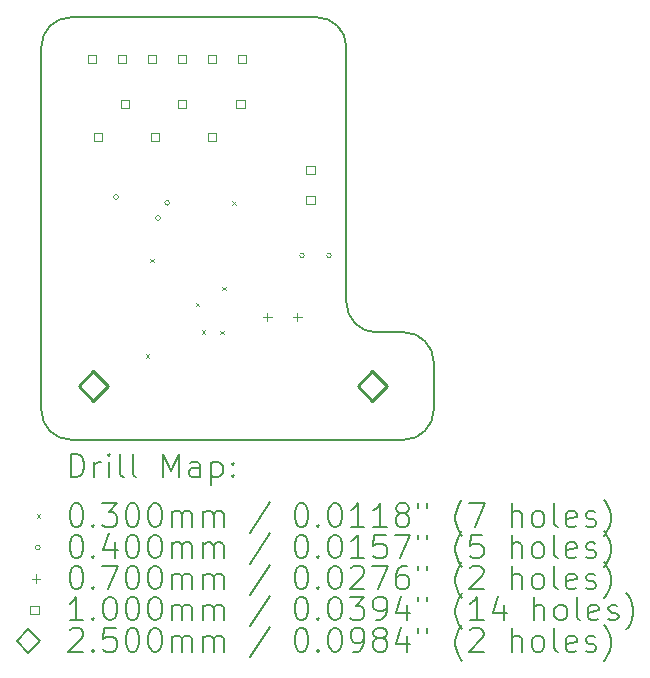
<source format=gbr>
%TF.GenerationSoftware,KiCad,Pcbnew,(6.0.8)*%
%TF.CreationDate,2023-02-11T16:42:43+01:00*%
%TF.ProjectId,VNF1048FTR_TestBoard,564e4631-3034-4384-9654-525f54657374,rev?*%
%TF.SameCoordinates,Original*%
%TF.FileFunction,Drillmap*%
%TF.FilePolarity,Positive*%
%FSLAX45Y45*%
G04 Gerber Fmt 4.5, Leading zero omitted, Abs format (unit mm)*
G04 Created by KiCad (PCBNEW (6.0.8)) date 2023-02-11 16:42:43*
%MOMM*%
%LPD*%
G01*
G04 APERTURE LIST*
%ADD10C,0.150000*%
%ADD11C,0.200000*%
%ADD12C,0.030000*%
%ADD13C,0.040000*%
%ADD14C,0.070000*%
%ADD15C,0.100000*%
%ADD16C,0.250000*%
G04 APERTURE END LIST*
D10*
X12669520Y-2720340D02*
X12797255Y-2719605D01*
X13050520Y-5133340D02*
X13051255Y-2973605D01*
X13790395Y-5640605D02*
X13790395Y-6043395D01*
X13304520Y-5387340D02*
X13538200Y-5386605D01*
X13050520Y-5133340D02*
G75*
G03*
X13304520Y-5387340I254000J0D01*
G01*
X13790395Y-5640605D02*
G75*
G03*
X13536395Y-5386605I-254000J0D01*
G01*
X12669520Y-2720340D02*
X10720605Y-2719605D01*
X10466605Y-6045200D02*
X10466605Y-2973605D01*
X10718800Y-6297395D02*
X13536395Y-6297395D01*
X13051255Y-2973605D02*
G75*
G03*
X12797255Y-2719605I-254000J0D01*
G01*
X10720605Y-2719605D02*
G75*
G03*
X10466605Y-2973605I0J-254000D01*
G01*
X10466605Y-6043395D02*
G75*
G03*
X10720605Y-6297395I254000J0D01*
G01*
X13536395Y-6297395D02*
G75*
G03*
X13790395Y-6043395I0J254000D01*
G01*
D11*
D12*
X11351500Y-5573000D02*
X11381500Y-5603000D01*
X11381500Y-5573000D02*
X11351500Y-5603000D01*
X11389600Y-4765280D02*
X11419600Y-4795280D01*
X11419600Y-4765280D02*
X11389600Y-4795280D01*
X11775150Y-5136120D02*
X11805150Y-5166120D01*
X11805150Y-5136120D02*
X11775150Y-5166120D01*
X11824454Y-5369286D02*
X11854454Y-5399286D01*
X11854454Y-5369286D02*
X11824454Y-5399286D01*
X11983446Y-5372854D02*
X12013446Y-5402854D01*
X12013446Y-5372854D02*
X11983446Y-5402854D01*
X11999200Y-5001500D02*
X12029200Y-5031500D01*
X12029200Y-5001500D02*
X11999200Y-5031500D01*
X12086065Y-4278105D02*
X12116065Y-4308105D01*
X12116065Y-4278105D02*
X12086065Y-4308105D01*
D13*
X11119800Y-4241800D02*
G75*
G03*
X11119800Y-4241800I-20000J0D01*
G01*
X11475400Y-4419600D02*
G75*
G03*
X11475400Y-4419600I-20000J0D01*
G01*
X11552938Y-4291262D02*
G75*
G03*
X11552938Y-4291262I-20000J0D01*
G01*
X12694600Y-4737100D02*
G75*
G03*
X12694600Y-4737100I-20000J0D01*
G01*
X12923200Y-4737100D02*
G75*
G03*
X12923200Y-4737100I-20000J0D01*
G01*
D14*
X12382500Y-5222800D02*
X12382500Y-5292800D01*
X12347500Y-5257800D02*
X12417500Y-5257800D01*
X12636500Y-5222800D02*
X12636500Y-5292800D01*
X12601500Y-5257800D02*
X12671500Y-5257800D01*
D15*
X10934456Y-3106256D02*
X10934456Y-3035544D01*
X10863744Y-3035544D01*
X10863744Y-3106256D01*
X10934456Y-3106256D01*
X10982756Y-3769156D02*
X10982756Y-3698444D01*
X10912044Y-3698444D01*
X10912044Y-3769156D01*
X10982756Y-3769156D01*
X11188456Y-3106256D02*
X11188456Y-3035544D01*
X11117744Y-3035544D01*
X11117744Y-3106256D01*
X11188456Y-3106256D01*
X11211356Y-3489756D02*
X11211356Y-3419044D01*
X11140644Y-3419044D01*
X11140644Y-3489756D01*
X11211356Y-3489756D01*
X11442456Y-3106256D02*
X11442456Y-3035544D01*
X11371744Y-3035544D01*
X11371744Y-3106256D01*
X11442456Y-3106256D01*
X11465356Y-3769156D02*
X11465356Y-3698444D01*
X11394644Y-3698444D01*
X11394644Y-3769156D01*
X11465356Y-3769156D01*
X11693956Y-3489756D02*
X11693956Y-3419044D01*
X11623244Y-3419044D01*
X11623244Y-3489756D01*
X11693956Y-3489756D01*
X11696456Y-3106256D02*
X11696456Y-3035544D01*
X11625744Y-3035544D01*
X11625744Y-3106256D01*
X11696456Y-3106256D01*
X11947956Y-3769156D02*
X11947956Y-3698444D01*
X11877244Y-3698444D01*
X11877244Y-3769156D01*
X11947956Y-3769156D01*
X11950456Y-3106256D02*
X11950456Y-3035544D01*
X11879744Y-3035544D01*
X11879744Y-3106256D01*
X11950456Y-3106256D01*
X12189256Y-3489756D02*
X12189256Y-3419044D01*
X12118544Y-3419044D01*
X12118544Y-3489756D01*
X12189256Y-3489756D01*
X12204456Y-3106256D02*
X12204456Y-3035544D01*
X12133744Y-3035544D01*
X12133744Y-3106256D01*
X12204456Y-3106256D01*
X12783656Y-4046556D02*
X12783656Y-3975844D01*
X12712944Y-3975844D01*
X12712944Y-4046556D01*
X12783656Y-4046556D01*
X12783656Y-4300556D02*
X12783656Y-4229844D01*
X12712944Y-4229844D01*
X12712944Y-4300556D01*
X12783656Y-4300556D01*
D16*
X10909300Y-5967000D02*
X11034300Y-5842000D01*
X10909300Y-5717000D01*
X10784300Y-5842000D01*
X10909300Y-5967000D01*
X13271500Y-5967000D02*
X13396500Y-5842000D01*
X13271500Y-5717000D01*
X13146500Y-5842000D01*
X13271500Y-5967000D01*
D11*
X10716724Y-6615371D02*
X10716724Y-6415371D01*
X10764343Y-6415371D01*
X10792915Y-6424895D01*
X10811962Y-6443942D01*
X10821486Y-6462990D01*
X10831010Y-6501085D01*
X10831010Y-6529657D01*
X10821486Y-6567752D01*
X10811962Y-6586800D01*
X10792915Y-6605847D01*
X10764343Y-6615371D01*
X10716724Y-6615371D01*
X10916724Y-6615371D02*
X10916724Y-6482038D01*
X10916724Y-6520133D02*
X10926248Y-6501085D01*
X10935772Y-6491561D01*
X10954819Y-6482038D01*
X10973867Y-6482038D01*
X11040534Y-6615371D02*
X11040534Y-6482038D01*
X11040534Y-6415371D02*
X11031010Y-6424895D01*
X11040534Y-6434419D01*
X11050057Y-6424895D01*
X11040534Y-6415371D01*
X11040534Y-6434419D01*
X11164343Y-6615371D02*
X11145296Y-6605847D01*
X11135772Y-6586800D01*
X11135772Y-6415371D01*
X11269105Y-6615371D02*
X11250057Y-6605847D01*
X11240534Y-6586800D01*
X11240534Y-6415371D01*
X11497676Y-6615371D02*
X11497676Y-6415371D01*
X11564343Y-6558228D01*
X11631010Y-6415371D01*
X11631010Y-6615371D01*
X11811962Y-6615371D02*
X11811962Y-6510609D01*
X11802438Y-6491561D01*
X11783391Y-6482038D01*
X11745295Y-6482038D01*
X11726248Y-6491561D01*
X11811962Y-6605847D02*
X11792915Y-6615371D01*
X11745295Y-6615371D01*
X11726248Y-6605847D01*
X11716724Y-6586800D01*
X11716724Y-6567752D01*
X11726248Y-6548704D01*
X11745295Y-6539181D01*
X11792915Y-6539181D01*
X11811962Y-6529657D01*
X11907200Y-6482038D02*
X11907200Y-6682038D01*
X11907200Y-6491561D02*
X11926248Y-6482038D01*
X11964343Y-6482038D01*
X11983391Y-6491561D01*
X11992915Y-6501085D01*
X12002438Y-6520133D01*
X12002438Y-6577276D01*
X11992915Y-6596323D01*
X11983391Y-6605847D01*
X11964343Y-6615371D01*
X11926248Y-6615371D01*
X11907200Y-6605847D01*
X12088153Y-6596323D02*
X12097676Y-6605847D01*
X12088153Y-6615371D01*
X12078629Y-6605847D01*
X12088153Y-6596323D01*
X12088153Y-6615371D01*
X12088153Y-6491561D02*
X12097676Y-6501085D01*
X12088153Y-6510609D01*
X12078629Y-6501085D01*
X12088153Y-6491561D01*
X12088153Y-6510609D01*
D12*
X10429105Y-6929895D02*
X10459105Y-6959895D01*
X10459105Y-6929895D02*
X10429105Y-6959895D01*
D11*
X10754819Y-6835371D02*
X10773867Y-6835371D01*
X10792915Y-6844895D01*
X10802438Y-6854419D01*
X10811962Y-6873466D01*
X10821486Y-6911561D01*
X10821486Y-6959181D01*
X10811962Y-6997276D01*
X10802438Y-7016323D01*
X10792915Y-7025847D01*
X10773867Y-7035371D01*
X10754819Y-7035371D01*
X10735772Y-7025847D01*
X10726248Y-7016323D01*
X10716724Y-6997276D01*
X10707200Y-6959181D01*
X10707200Y-6911561D01*
X10716724Y-6873466D01*
X10726248Y-6854419D01*
X10735772Y-6844895D01*
X10754819Y-6835371D01*
X10907200Y-7016323D02*
X10916724Y-7025847D01*
X10907200Y-7035371D01*
X10897677Y-7025847D01*
X10907200Y-7016323D01*
X10907200Y-7035371D01*
X10983391Y-6835371D02*
X11107200Y-6835371D01*
X11040534Y-6911561D01*
X11069105Y-6911561D01*
X11088153Y-6921085D01*
X11097677Y-6930609D01*
X11107200Y-6949657D01*
X11107200Y-6997276D01*
X11097677Y-7016323D01*
X11088153Y-7025847D01*
X11069105Y-7035371D01*
X11011962Y-7035371D01*
X10992915Y-7025847D01*
X10983391Y-7016323D01*
X11231010Y-6835371D02*
X11250057Y-6835371D01*
X11269105Y-6844895D01*
X11278629Y-6854419D01*
X11288153Y-6873466D01*
X11297676Y-6911561D01*
X11297676Y-6959181D01*
X11288153Y-6997276D01*
X11278629Y-7016323D01*
X11269105Y-7025847D01*
X11250057Y-7035371D01*
X11231010Y-7035371D01*
X11211962Y-7025847D01*
X11202438Y-7016323D01*
X11192915Y-6997276D01*
X11183391Y-6959181D01*
X11183391Y-6911561D01*
X11192915Y-6873466D01*
X11202438Y-6854419D01*
X11211962Y-6844895D01*
X11231010Y-6835371D01*
X11421486Y-6835371D02*
X11440534Y-6835371D01*
X11459581Y-6844895D01*
X11469105Y-6854419D01*
X11478629Y-6873466D01*
X11488153Y-6911561D01*
X11488153Y-6959181D01*
X11478629Y-6997276D01*
X11469105Y-7016323D01*
X11459581Y-7025847D01*
X11440534Y-7035371D01*
X11421486Y-7035371D01*
X11402438Y-7025847D01*
X11392915Y-7016323D01*
X11383391Y-6997276D01*
X11373867Y-6959181D01*
X11373867Y-6911561D01*
X11383391Y-6873466D01*
X11392915Y-6854419D01*
X11402438Y-6844895D01*
X11421486Y-6835371D01*
X11573867Y-7035371D02*
X11573867Y-6902038D01*
X11573867Y-6921085D02*
X11583391Y-6911561D01*
X11602438Y-6902038D01*
X11631010Y-6902038D01*
X11650057Y-6911561D01*
X11659581Y-6930609D01*
X11659581Y-7035371D01*
X11659581Y-6930609D02*
X11669105Y-6911561D01*
X11688153Y-6902038D01*
X11716724Y-6902038D01*
X11735772Y-6911561D01*
X11745295Y-6930609D01*
X11745295Y-7035371D01*
X11840534Y-7035371D02*
X11840534Y-6902038D01*
X11840534Y-6921085D02*
X11850057Y-6911561D01*
X11869105Y-6902038D01*
X11897676Y-6902038D01*
X11916724Y-6911561D01*
X11926248Y-6930609D01*
X11926248Y-7035371D01*
X11926248Y-6930609D02*
X11935772Y-6911561D01*
X11954819Y-6902038D01*
X11983391Y-6902038D01*
X12002438Y-6911561D01*
X12011962Y-6930609D01*
X12011962Y-7035371D01*
X12402438Y-6825847D02*
X12231010Y-7082990D01*
X12659581Y-6835371D02*
X12678629Y-6835371D01*
X12697676Y-6844895D01*
X12707200Y-6854419D01*
X12716724Y-6873466D01*
X12726248Y-6911561D01*
X12726248Y-6959181D01*
X12716724Y-6997276D01*
X12707200Y-7016323D01*
X12697676Y-7025847D01*
X12678629Y-7035371D01*
X12659581Y-7035371D01*
X12640534Y-7025847D01*
X12631010Y-7016323D01*
X12621486Y-6997276D01*
X12611962Y-6959181D01*
X12611962Y-6911561D01*
X12621486Y-6873466D01*
X12631010Y-6854419D01*
X12640534Y-6844895D01*
X12659581Y-6835371D01*
X12811962Y-7016323D02*
X12821486Y-7025847D01*
X12811962Y-7035371D01*
X12802438Y-7025847D01*
X12811962Y-7016323D01*
X12811962Y-7035371D01*
X12945295Y-6835371D02*
X12964343Y-6835371D01*
X12983391Y-6844895D01*
X12992915Y-6854419D01*
X13002438Y-6873466D01*
X13011962Y-6911561D01*
X13011962Y-6959181D01*
X13002438Y-6997276D01*
X12992915Y-7016323D01*
X12983391Y-7025847D01*
X12964343Y-7035371D01*
X12945295Y-7035371D01*
X12926248Y-7025847D01*
X12916724Y-7016323D01*
X12907200Y-6997276D01*
X12897676Y-6959181D01*
X12897676Y-6911561D01*
X12907200Y-6873466D01*
X12916724Y-6854419D01*
X12926248Y-6844895D01*
X12945295Y-6835371D01*
X13202438Y-7035371D02*
X13088153Y-7035371D01*
X13145295Y-7035371D02*
X13145295Y-6835371D01*
X13126248Y-6863942D01*
X13107200Y-6882990D01*
X13088153Y-6892514D01*
X13392915Y-7035371D02*
X13278629Y-7035371D01*
X13335772Y-7035371D02*
X13335772Y-6835371D01*
X13316724Y-6863942D01*
X13297676Y-6882990D01*
X13278629Y-6892514D01*
X13507200Y-6921085D02*
X13488153Y-6911561D01*
X13478629Y-6902038D01*
X13469105Y-6882990D01*
X13469105Y-6873466D01*
X13478629Y-6854419D01*
X13488153Y-6844895D01*
X13507200Y-6835371D01*
X13545295Y-6835371D01*
X13564343Y-6844895D01*
X13573867Y-6854419D01*
X13583391Y-6873466D01*
X13583391Y-6882990D01*
X13573867Y-6902038D01*
X13564343Y-6911561D01*
X13545295Y-6921085D01*
X13507200Y-6921085D01*
X13488153Y-6930609D01*
X13478629Y-6940133D01*
X13469105Y-6959181D01*
X13469105Y-6997276D01*
X13478629Y-7016323D01*
X13488153Y-7025847D01*
X13507200Y-7035371D01*
X13545295Y-7035371D01*
X13564343Y-7025847D01*
X13573867Y-7016323D01*
X13583391Y-6997276D01*
X13583391Y-6959181D01*
X13573867Y-6940133D01*
X13564343Y-6930609D01*
X13545295Y-6921085D01*
X13659581Y-6835371D02*
X13659581Y-6873466D01*
X13735772Y-6835371D02*
X13735772Y-6873466D01*
X14031010Y-7111561D02*
X14021486Y-7102038D01*
X14002438Y-7073466D01*
X13992915Y-7054419D01*
X13983391Y-7025847D01*
X13973867Y-6978228D01*
X13973867Y-6940133D01*
X13983391Y-6892514D01*
X13992915Y-6863942D01*
X14002438Y-6844895D01*
X14021486Y-6816323D01*
X14031010Y-6806800D01*
X14088153Y-6835371D02*
X14221486Y-6835371D01*
X14135772Y-7035371D01*
X14450057Y-7035371D02*
X14450057Y-6835371D01*
X14535772Y-7035371D02*
X14535772Y-6930609D01*
X14526248Y-6911561D01*
X14507200Y-6902038D01*
X14478629Y-6902038D01*
X14459581Y-6911561D01*
X14450057Y-6921085D01*
X14659581Y-7035371D02*
X14640534Y-7025847D01*
X14631010Y-7016323D01*
X14621486Y-6997276D01*
X14621486Y-6940133D01*
X14631010Y-6921085D01*
X14640534Y-6911561D01*
X14659581Y-6902038D01*
X14688153Y-6902038D01*
X14707200Y-6911561D01*
X14716724Y-6921085D01*
X14726248Y-6940133D01*
X14726248Y-6997276D01*
X14716724Y-7016323D01*
X14707200Y-7025847D01*
X14688153Y-7035371D01*
X14659581Y-7035371D01*
X14840534Y-7035371D02*
X14821486Y-7025847D01*
X14811962Y-7006800D01*
X14811962Y-6835371D01*
X14992915Y-7025847D02*
X14973867Y-7035371D01*
X14935772Y-7035371D01*
X14916724Y-7025847D01*
X14907200Y-7006800D01*
X14907200Y-6930609D01*
X14916724Y-6911561D01*
X14935772Y-6902038D01*
X14973867Y-6902038D01*
X14992915Y-6911561D01*
X15002438Y-6930609D01*
X15002438Y-6949657D01*
X14907200Y-6968704D01*
X15078629Y-7025847D02*
X15097676Y-7035371D01*
X15135772Y-7035371D01*
X15154819Y-7025847D01*
X15164343Y-7006800D01*
X15164343Y-6997276D01*
X15154819Y-6978228D01*
X15135772Y-6968704D01*
X15107200Y-6968704D01*
X15088153Y-6959181D01*
X15078629Y-6940133D01*
X15078629Y-6930609D01*
X15088153Y-6911561D01*
X15107200Y-6902038D01*
X15135772Y-6902038D01*
X15154819Y-6911561D01*
X15231010Y-7111561D02*
X15240534Y-7102038D01*
X15259581Y-7073466D01*
X15269105Y-7054419D01*
X15278629Y-7025847D01*
X15288153Y-6978228D01*
X15288153Y-6940133D01*
X15278629Y-6892514D01*
X15269105Y-6863942D01*
X15259581Y-6844895D01*
X15240534Y-6816323D01*
X15231010Y-6806800D01*
D13*
X10459105Y-7208895D02*
G75*
G03*
X10459105Y-7208895I-20000J0D01*
G01*
D11*
X10754819Y-7099371D02*
X10773867Y-7099371D01*
X10792915Y-7108895D01*
X10802438Y-7118419D01*
X10811962Y-7137466D01*
X10821486Y-7175561D01*
X10821486Y-7223181D01*
X10811962Y-7261276D01*
X10802438Y-7280323D01*
X10792915Y-7289847D01*
X10773867Y-7299371D01*
X10754819Y-7299371D01*
X10735772Y-7289847D01*
X10726248Y-7280323D01*
X10716724Y-7261276D01*
X10707200Y-7223181D01*
X10707200Y-7175561D01*
X10716724Y-7137466D01*
X10726248Y-7118419D01*
X10735772Y-7108895D01*
X10754819Y-7099371D01*
X10907200Y-7280323D02*
X10916724Y-7289847D01*
X10907200Y-7299371D01*
X10897677Y-7289847D01*
X10907200Y-7280323D01*
X10907200Y-7299371D01*
X11088153Y-7166038D02*
X11088153Y-7299371D01*
X11040534Y-7089847D02*
X10992915Y-7232704D01*
X11116724Y-7232704D01*
X11231010Y-7099371D02*
X11250057Y-7099371D01*
X11269105Y-7108895D01*
X11278629Y-7118419D01*
X11288153Y-7137466D01*
X11297676Y-7175561D01*
X11297676Y-7223181D01*
X11288153Y-7261276D01*
X11278629Y-7280323D01*
X11269105Y-7289847D01*
X11250057Y-7299371D01*
X11231010Y-7299371D01*
X11211962Y-7289847D01*
X11202438Y-7280323D01*
X11192915Y-7261276D01*
X11183391Y-7223181D01*
X11183391Y-7175561D01*
X11192915Y-7137466D01*
X11202438Y-7118419D01*
X11211962Y-7108895D01*
X11231010Y-7099371D01*
X11421486Y-7099371D02*
X11440534Y-7099371D01*
X11459581Y-7108895D01*
X11469105Y-7118419D01*
X11478629Y-7137466D01*
X11488153Y-7175561D01*
X11488153Y-7223181D01*
X11478629Y-7261276D01*
X11469105Y-7280323D01*
X11459581Y-7289847D01*
X11440534Y-7299371D01*
X11421486Y-7299371D01*
X11402438Y-7289847D01*
X11392915Y-7280323D01*
X11383391Y-7261276D01*
X11373867Y-7223181D01*
X11373867Y-7175561D01*
X11383391Y-7137466D01*
X11392915Y-7118419D01*
X11402438Y-7108895D01*
X11421486Y-7099371D01*
X11573867Y-7299371D02*
X11573867Y-7166038D01*
X11573867Y-7185085D02*
X11583391Y-7175561D01*
X11602438Y-7166038D01*
X11631010Y-7166038D01*
X11650057Y-7175561D01*
X11659581Y-7194609D01*
X11659581Y-7299371D01*
X11659581Y-7194609D02*
X11669105Y-7175561D01*
X11688153Y-7166038D01*
X11716724Y-7166038D01*
X11735772Y-7175561D01*
X11745295Y-7194609D01*
X11745295Y-7299371D01*
X11840534Y-7299371D02*
X11840534Y-7166038D01*
X11840534Y-7185085D02*
X11850057Y-7175561D01*
X11869105Y-7166038D01*
X11897676Y-7166038D01*
X11916724Y-7175561D01*
X11926248Y-7194609D01*
X11926248Y-7299371D01*
X11926248Y-7194609D02*
X11935772Y-7175561D01*
X11954819Y-7166038D01*
X11983391Y-7166038D01*
X12002438Y-7175561D01*
X12011962Y-7194609D01*
X12011962Y-7299371D01*
X12402438Y-7089847D02*
X12231010Y-7346990D01*
X12659581Y-7099371D02*
X12678629Y-7099371D01*
X12697676Y-7108895D01*
X12707200Y-7118419D01*
X12716724Y-7137466D01*
X12726248Y-7175561D01*
X12726248Y-7223181D01*
X12716724Y-7261276D01*
X12707200Y-7280323D01*
X12697676Y-7289847D01*
X12678629Y-7299371D01*
X12659581Y-7299371D01*
X12640534Y-7289847D01*
X12631010Y-7280323D01*
X12621486Y-7261276D01*
X12611962Y-7223181D01*
X12611962Y-7175561D01*
X12621486Y-7137466D01*
X12631010Y-7118419D01*
X12640534Y-7108895D01*
X12659581Y-7099371D01*
X12811962Y-7280323D02*
X12821486Y-7289847D01*
X12811962Y-7299371D01*
X12802438Y-7289847D01*
X12811962Y-7280323D01*
X12811962Y-7299371D01*
X12945295Y-7099371D02*
X12964343Y-7099371D01*
X12983391Y-7108895D01*
X12992915Y-7118419D01*
X13002438Y-7137466D01*
X13011962Y-7175561D01*
X13011962Y-7223181D01*
X13002438Y-7261276D01*
X12992915Y-7280323D01*
X12983391Y-7289847D01*
X12964343Y-7299371D01*
X12945295Y-7299371D01*
X12926248Y-7289847D01*
X12916724Y-7280323D01*
X12907200Y-7261276D01*
X12897676Y-7223181D01*
X12897676Y-7175561D01*
X12907200Y-7137466D01*
X12916724Y-7118419D01*
X12926248Y-7108895D01*
X12945295Y-7099371D01*
X13202438Y-7299371D02*
X13088153Y-7299371D01*
X13145295Y-7299371D02*
X13145295Y-7099371D01*
X13126248Y-7127942D01*
X13107200Y-7146990D01*
X13088153Y-7156514D01*
X13383391Y-7099371D02*
X13288153Y-7099371D01*
X13278629Y-7194609D01*
X13288153Y-7185085D01*
X13307200Y-7175561D01*
X13354819Y-7175561D01*
X13373867Y-7185085D01*
X13383391Y-7194609D01*
X13392915Y-7213657D01*
X13392915Y-7261276D01*
X13383391Y-7280323D01*
X13373867Y-7289847D01*
X13354819Y-7299371D01*
X13307200Y-7299371D01*
X13288153Y-7289847D01*
X13278629Y-7280323D01*
X13459581Y-7099371D02*
X13592915Y-7099371D01*
X13507200Y-7299371D01*
X13659581Y-7099371D02*
X13659581Y-7137466D01*
X13735772Y-7099371D02*
X13735772Y-7137466D01*
X14031010Y-7375561D02*
X14021486Y-7366038D01*
X14002438Y-7337466D01*
X13992915Y-7318419D01*
X13983391Y-7289847D01*
X13973867Y-7242228D01*
X13973867Y-7204133D01*
X13983391Y-7156514D01*
X13992915Y-7127942D01*
X14002438Y-7108895D01*
X14021486Y-7080323D01*
X14031010Y-7070800D01*
X14202438Y-7099371D02*
X14107200Y-7099371D01*
X14097676Y-7194609D01*
X14107200Y-7185085D01*
X14126248Y-7175561D01*
X14173867Y-7175561D01*
X14192915Y-7185085D01*
X14202438Y-7194609D01*
X14211962Y-7213657D01*
X14211962Y-7261276D01*
X14202438Y-7280323D01*
X14192915Y-7289847D01*
X14173867Y-7299371D01*
X14126248Y-7299371D01*
X14107200Y-7289847D01*
X14097676Y-7280323D01*
X14450057Y-7299371D02*
X14450057Y-7099371D01*
X14535772Y-7299371D02*
X14535772Y-7194609D01*
X14526248Y-7175561D01*
X14507200Y-7166038D01*
X14478629Y-7166038D01*
X14459581Y-7175561D01*
X14450057Y-7185085D01*
X14659581Y-7299371D02*
X14640534Y-7289847D01*
X14631010Y-7280323D01*
X14621486Y-7261276D01*
X14621486Y-7204133D01*
X14631010Y-7185085D01*
X14640534Y-7175561D01*
X14659581Y-7166038D01*
X14688153Y-7166038D01*
X14707200Y-7175561D01*
X14716724Y-7185085D01*
X14726248Y-7204133D01*
X14726248Y-7261276D01*
X14716724Y-7280323D01*
X14707200Y-7289847D01*
X14688153Y-7299371D01*
X14659581Y-7299371D01*
X14840534Y-7299371D02*
X14821486Y-7289847D01*
X14811962Y-7270800D01*
X14811962Y-7099371D01*
X14992915Y-7289847D02*
X14973867Y-7299371D01*
X14935772Y-7299371D01*
X14916724Y-7289847D01*
X14907200Y-7270800D01*
X14907200Y-7194609D01*
X14916724Y-7175561D01*
X14935772Y-7166038D01*
X14973867Y-7166038D01*
X14992915Y-7175561D01*
X15002438Y-7194609D01*
X15002438Y-7213657D01*
X14907200Y-7232704D01*
X15078629Y-7289847D02*
X15097676Y-7299371D01*
X15135772Y-7299371D01*
X15154819Y-7289847D01*
X15164343Y-7270800D01*
X15164343Y-7261276D01*
X15154819Y-7242228D01*
X15135772Y-7232704D01*
X15107200Y-7232704D01*
X15088153Y-7223181D01*
X15078629Y-7204133D01*
X15078629Y-7194609D01*
X15088153Y-7175561D01*
X15107200Y-7166038D01*
X15135772Y-7166038D01*
X15154819Y-7175561D01*
X15231010Y-7375561D02*
X15240534Y-7366038D01*
X15259581Y-7337466D01*
X15269105Y-7318419D01*
X15278629Y-7289847D01*
X15288153Y-7242228D01*
X15288153Y-7204133D01*
X15278629Y-7156514D01*
X15269105Y-7127942D01*
X15259581Y-7108895D01*
X15240534Y-7080323D01*
X15231010Y-7070800D01*
D14*
X10424105Y-7437895D02*
X10424105Y-7507895D01*
X10389105Y-7472895D02*
X10459105Y-7472895D01*
D11*
X10754819Y-7363371D02*
X10773867Y-7363371D01*
X10792915Y-7372895D01*
X10802438Y-7382419D01*
X10811962Y-7401466D01*
X10821486Y-7439561D01*
X10821486Y-7487181D01*
X10811962Y-7525276D01*
X10802438Y-7544323D01*
X10792915Y-7553847D01*
X10773867Y-7563371D01*
X10754819Y-7563371D01*
X10735772Y-7553847D01*
X10726248Y-7544323D01*
X10716724Y-7525276D01*
X10707200Y-7487181D01*
X10707200Y-7439561D01*
X10716724Y-7401466D01*
X10726248Y-7382419D01*
X10735772Y-7372895D01*
X10754819Y-7363371D01*
X10907200Y-7544323D02*
X10916724Y-7553847D01*
X10907200Y-7563371D01*
X10897677Y-7553847D01*
X10907200Y-7544323D01*
X10907200Y-7563371D01*
X10983391Y-7363371D02*
X11116724Y-7363371D01*
X11031010Y-7563371D01*
X11231010Y-7363371D02*
X11250057Y-7363371D01*
X11269105Y-7372895D01*
X11278629Y-7382419D01*
X11288153Y-7401466D01*
X11297676Y-7439561D01*
X11297676Y-7487181D01*
X11288153Y-7525276D01*
X11278629Y-7544323D01*
X11269105Y-7553847D01*
X11250057Y-7563371D01*
X11231010Y-7563371D01*
X11211962Y-7553847D01*
X11202438Y-7544323D01*
X11192915Y-7525276D01*
X11183391Y-7487181D01*
X11183391Y-7439561D01*
X11192915Y-7401466D01*
X11202438Y-7382419D01*
X11211962Y-7372895D01*
X11231010Y-7363371D01*
X11421486Y-7363371D02*
X11440534Y-7363371D01*
X11459581Y-7372895D01*
X11469105Y-7382419D01*
X11478629Y-7401466D01*
X11488153Y-7439561D01*
X11488153Y-7487181D01*
X11478629Y-7525276D01*
X11469105Y-7544323D01*
X11459581Y-7553847D01*
X11440534Y-7563371D01*
X11421486Y-7563371D01*
X11402438Y-7553847D01*
X11392915Y-7544323D01*
X11383391Y-7525276D01*
X11373867Y-7487181D01*
X11373867Y-7439561D01*
X11383391Y-7401466D01*
X11392915Y-7382419D01*
X11402438Y-7372895D01*
X11421486Y-7363371D01*
X11573867Y-7563371D02*
X11573867Y-7430038D01*
X11573867Y-7449085D02*
X11583391Y-7439561D01*
X11602438Y-7430038D01*
X11631010Y-7430038D01*
X11650057Y-7439561D01*
X11659581Y-7458609D01*
X11659581Y-7563371D01*
X11659581Y-7458609D02*
X11669105Y-7439561D01*
X11688153Y-7430038D01*
X11716724Y-7430038D01*
X11735772Y-7439561D01*
X11745295Y-7458609D01*
X11745295Y-7563371D01*
X11840534Y-7563371D02*
X11840534Y-7430038D01*
X11840534Y-7449085D02*
X11850057Y-7439561D01*
X11869105Y-7430038D01*
X11897676Y-7430038D01*
X11916724Y-7439561D01*
X11926248Y-7458609D01*
X11926248Y-7563371D01*
X11926248Y-7458609D02*
X11935772Y-7439561D01*
X11954819Y-7430038D01*
X11983391Y-7430038D01*
X12002438Y-7439561D01*
X12011962Y-7458609D01*
X12011962Y-7563371D01*
X12402438Y-7353847D02*
X12231010Y-7610990D01*
X12659581Y-7363371D02*
X12678629Y-7363371D01*
X12697676Y-7372895D01*
X12707200Y-7382419D01*
X12716724Y-7401466D01*
X12726248Y-7439561D01*
X12726248Y-7487181D01*
X12716724Y-7525276D01*
X12707200Y-7544323D01*
X12697676Y-7553847D01*
X12678629Y-7563371D01*
X12659581Y-7563371D01*
X12640534Y-7553847D01*
X12631010Y-7544323D01*
X12621486Y-7525276D01*
X12611962Y-7487181D01*
X12611962Y-7439561D01*
X12621486Y-7401466D01*
X12631010Y-7382419D01*
X12640534Y-7372895D01*
X12659581Y-7363371D01*
X12811962Y-7544323D02*
X12821486Y-7553847D01*
X12811962Y-7563371D01*
X12802438Y-7553847D01*
X12811962Y-7544323D01*
X12811962Y-7563371D01*
X12945295Y-7363371D02*
X12964343Y-7363371D01*
X12983391Y-7372895D01*
X12992915Y-7382419D01*
X13002438Y-7401466D01*
X13011962Y-7439561D01*
X13011962Y-7487181D01*
X13002438Y-7525276D01*
X12992915Y-7544323D01*
X12983391Y-7553847D01*
X12964343Y-7563371D01*
X12945295Y-7563371D01*
X12926248Y-7553847D01*
X12916724Y-7544323D01*
X12907200Y-7525276D01*
X12897676Y-7487181D01*
X12897676Y-7439561D01*
X12907200Y-7401466D01*
X12916724Y-7382419D01*
X12926248Y-7372895D01*
X12945295Y-7363371D01*
X13088153Y-7382419D02*
X13097676Y-7372895D01*
X13116724Y-7363371D01*
X13164343Y-7363371D01*
X13183391Y-7372895D01*
X13192915Y-7382419D01*
X13202438Y-7401466D01*
X13202438Y-7420514D01*
X13192915Y-7449085D01*
X13078629Y-7563371D01*
X13202438Y-7563371D01*
X13269105Y-7363371D02*
X13402438Y-7363371D01*
X13316724Y-7563371D01*
X13564343Y-7363371D02*
X13526248Y-7363371D01*
X13507200Y-7372895D01*
X13497676Y-7382419D01*
X13478629Y-7410990D01*
X13469105Y-7449085D01*
X13469105Y-7525276D01*
X13478629Y-7544323D01*
X13488153Y-7553847D01*
X13507200Y-7563371D01*
X13545295Y-7563371D01*
X13564343Y-7553847D01*
X13573867Y-7544323D01*
X13583391Y-7525276D01*
X13583391Y-7477657D01*
X13573867Y-7458609D01*
X13564343Y-7449085D01*
X13545295Y-7439561D01*
X13507200Y-7439561D01*
X13488153Y-7449085D01*
X13478629Y-7458609D01*
X13469105Y-7477657D01*
X13659581Y-7363371D02*
X13659581Y-7401466D01*
X13735772Y-7363371D02*
X13735772Y-7401466D01*
X14031010Y-7639561D02*
X14021486Y-7630038D01*
X14002438Y-7601466D01*
X13992915Y-7582419D01*
X13983391Y-7553847D01*
X13973867Y-7506228D01*
X13973867Y-7468133D01*
X13983391Y-7420514D01*
X13992915Y-7391942D01*
X14002438Y-7372895D01*
X14021486Y-7344323D01*
X14031010Y-7334800D01*
X14097676Y-7382419D02*
X14107200Y-7372895D01*
X14126248Y-7363371D01*
X14173867Y-7363371D01*
X14192915Y-7372895D01*
X14202438Y-7382419D01*
X14211962Y-7401466D01*
X14211962Y-7420514D01*
X14202438Y-7449085D01*
X14088153Y-7563371D01*
X14211962Y-7563371D01*
X14450057Y-7563371D02*
X14450057Y-7363371D01*
X14535772Y-7563371D02*
X14535772Y-7458609D01*
X14526248Y-7439561D01*
X14507200Y-7430038D01*
X14478629Y-7430038D01*
X14459581Y-7439561D01*
X14450057Y-7449085D01*
X14659581Y-7563371D02*
X14640534Y-7553847D01*
X14631010Y-7544323D01*
X14621486Y-7525276D01*
X14621486Y-7468133D01*
X14631010Y-7449085D01*
X14640534Y-7439561D01*
X14659581Y-7430038D01*
X14688153Y-7430038D01*
X14707200Y-7439561D01*
X14716724Y-7449085D01*
X14726248Y-7468133D01*
X14726248Y-7525276D01*
X14716724Y-7544323D01*
X14707200Y-7553847D01*
X14688153Y-7563371D01*
X14659581Y-7563371D01*
X14840534Y-7563371D02*
X14821486Y-7553847D01*
X14811962Y-7534800D01*
X14811962Y-7363371D01*
X14992915Y-7553847D02*
X14973867Y-7563371D01*
X14935772Y-7563371D01*
X14916724Y-7553847D01*
X14907200Y-7534800D01*
X14907200Y-7458609D01*
X14916724Y-7439561D01*
X14935772Y-7430038D01*
X14973867Y-7430038D01*
X14992915Y-7439561D01*
X15002438Y-7458609D01*
X15002438Y-7477657D01*
X14907200Y-7496704D01*
X15078629Y-7553847D02*
X15097676Y-7563371D01*
X15135772Y-7563371D01*
X15154819Y-7553847D01*
X15164343Y-7534800D01*
X15164343Y-7525276D01*
X15154819Y-7506228D01*
X15135772Y-7496704D01*
X15107200Y-7496704D01*
X15088153Y-7487181D01*
X15078629Y-7468133D01*
X15078629Y-7458609D01*
X15088153Y-7439561D01*
X15107200Y-7430038D01*
X15135772Y-7430038D01*
X15154819Y-7439561D01*
X15231010Y-7639561D02*
X15240534Y-7630038D01*
X15259581Y-7601466D01*
X15269105Y-7582419D01*
X15278629Y-7553847D01*
X15288153Y-7506228D01*
X15288153Y-7468133D01*
X15278629Y-7420514D01*
X15269105Y-7391942D01*
X15259581Y-7372895D01*
X15240534Y-7344323D01*
X15231010Y-7334800D01*
D15*
X10444461Y-7772251D02*
X10444461Y-7701539D01*
X10373749Y-7701539D01*
X10373749Y-7772251D01*
X10444461Y-7772251D01*
D11*
X10821486Y-7827371D02*
X10707200Y-7827371D01*
X10764343Y-7827371D02*
X10764343Y-7627371D01*
X10745296Y-7655942D01*
X10726248Y-7674990D01*
X10707200Y-7684514D01*
X10907200Y-7808323D02*
X10916724Y-7817847D01*
X10907200Y-7827371D01*
X10897677Y-7817847D01*
X10907200Y-7808323D01*
X10907200Y-7827371D01*
X11040534Y-7627371D02*
X11059581Y-7627371D01*
X11078629Y-7636895D01*
X11088153Y-7646419D01*
X11097677Y-7665466D01*
X11107200Y-7703561D01*
X11107200Y-7751181D01*
X11097677Y-7789276D01*
X11088153Y-7808323D01*
X11078629Y-7817847D01*
X11059581Y-7827371D01*
X11040534Y-7827371D01*
X11021486Y-7817847D01*
X11011962Y-7808323D01*
X11002438Y-7789276D01*
X10992915Y-7751181D01*
X10992915Y-7703561D01*
X11002438Y-7665466D01*
X11011962Y-7646419D01*
X11021486Y-7636895D01*
X11040534Y-7627371D01*
X11231010Y-7627371D02*
X11250057Y-7627371D01*
X11269105Y-7636895D01*
X11278629Y-7646419D01*
X11288153Y-7665466D01*
X11297676Y-7703561D01*
X11297676Y-7751181D01*
X11288153Y-7789276D01*
X11278629Y-7808323D01*
X11269105Y-7817847D01*
X11250057Y-7827371D01*
X11231010Y-7827371D01*
X11211962Y-7817847D01*
X11202438Y-7808323D01*
X11192915Y-7789276D01*
X11183391Y-7751181D01*
X11183391Y-7703561D01*
X11192915Y-7665466D01*
X11202438Y-7646419D01*
X11211962Y-7636895D01*
X11231010Y-7627371D01*
X11421486Y-7627371D02*
X11440534Y-7627371D01*
X11459581Y-7636895D01*
X11469105Y-7646419D01*
X11478629Y-7665466D01*
X11488153Y-7703561D01*
X11488153Y-7751181D01*
X11478629Y-7789276D01*
X11469105Y-7808323D01*
X11459581Y-7817847D01*
X11440534Y-7827371D01*
X11421486Y-7827371D01*
X11402438Y-7817847D01*
X11392915Y-7808323D01*
X11383391Y-7789276D01*
X11373867Y-7751181D01*
X11373867Y-7703561D01*
X11383391Y-7665466D01*
X11392915Y-7646419D01*
X11402438Y-7636895D01*
X11421486Y-7627371D01*
X11573867Y-7827371D02*
X11573867Y-7694038D01*
X11573867Y-7713085D02*
X11583391Y-7703561D01*
X11602438Y-7694038D01*
X11631010Y-7694038D01*
X11650057Y-7703561D01*
X11659581Y-7722609D01*
X11659581Y-7827371D01*
X11659581Y-7722609D02*
X11669105Y-7703561D01*
X11688153Y-7694038D01*
X11716724Y-7694038D01*
X11735772Y-7703561D01*
X11745295Y-7722609D01*
X11745295Y-7827371D01*
X11840534Y-7827371D02*
X11840534Y-7694038D01*
X11840534Y-7713085D02*
X11850057Y-7703561D01*
X11869105Y-7694038D01*
X11897676Y-7694038D01*
X11916724Y-7703561D01*
X11926248Y-7722609D01*
X11926248Y-7827371D01*
X11926248Y-7722609D02*
X11935772Y-7703561D01*
X11954819Y-7694038D01*
X11983391Y-7694038D01*
X12002438Y-7703561D01*
X12011962Y-7722609D01*
X12011962Y-7827371D01*
X12402438Y-7617847D02*
X12231010Y-7874990D01*
X12659581Y-7627371D02*
X12678629Y-7627371D01*
X12697676Y-7636895D01*
X12707200Y-7646419D01*
X12716724Y-7665466D01*
X12726248Y-7703561D01*
X12726248Y-7751181D01*
X12716724Y-7789276D01*
X12707200Y-7808323D01*
X12697676Y-7817847D01*
X12678629Y-7827371D01*
X12659581Y-7827371D01*
X12640534Y-7817847D01*
X12631010Y-7808323D01*
X12621486Y-7789276D01*
X12611962Y-7751181D01*
X12611962Y-7703561D01*
X12621486Y-7665466D01*
X12631010Y-7646419D01*
X12640534Y-7636895D01*
X12659581Y-7627371D01*
X12811962Y-7808323D02*
X12821486Y-7817847D01*
X12811962Y-7827371D01*
X12802438Y-7817847D01*
X12811962Y-7808323D01*
X12811962Y-7827371D01*
X12945295Y-7627371D02*
X12964343Y-7627371D01*
X12983391Y-7636895D01*
X12992915Y-7646419D01*
X13002438Y-7665466D01*
X13011962Y-7703561D01*
X13011962Y-7751181D01*
X13002438Y-7789276D01*
X12992915Y-7808323D01*
X12983391Y-7817847D01*
X12964343Y-7827371D01*
X12945295Y-7827371D01*
X12926248Y-7817847D01*
X12916724Y-7808323D01*
X12907200Y-7789276D01*
X12897676Y-7751181D01*
X12897676Y-7703561D01*
X12907200Y-7665466D01*
X12916724Y-7646419D01*
X12926248Y-7636895D01*
X12945295Y-7627371D01*
X13078629Y-7627371D02*
X13202438Y-7627371D01*
X13135772Y-7703561D01*
X13164343Y-7703561D01*
X13183391Y-7713085D01*
X13192915Y-7722609D01*
X13202438Y-7741657D01*
X13202438Y-7789276D01*
X13192915Y-7808323D01*
X13183391Y-7817847D01*
X13164343Y-7827371D01*
X13107200Y-7827371D01*
X13088153Y-7817847D01*
X13078629Y-7808323D01*
X13297676Y-7827371D02*
X13335772Y-7827371D01*
X13354819Y-7817847D01*
X13364343Y-7808323D01*
X13383391Y-7779752D01*
X13392915Y-7741657D01*
X13392915Y-7665466D01*
X13383391Y-7646419D01*
X13373867Y-7636895D01*
X13354819Y-7627371D01*
X13316724Y-7627371D01*
X13297676Y-7636895D01*
X13288153Y-7646419D01*
X13278629Y-7665466D01*
X13278629Y-7713085D01*
X13288153Y-7732133D01*
X13297676Y-7741657D01*
X13316724Y-7751181D01*
X13354819Y-7751181D01*
X13373867Y-7741657D01*
X13383391Y-7732133D01*
X13392915Y-7713085D01*
X13564343Y-7694038D02*
X13564343Y-7827371D01*
X13516724Y-7617847D02*
X13469105Y-7760704D01*
X13592915Y-7760704D01*
X13659581Y-7627371D02*
X13659581Y-7665466D01*
X13735772Y-7627371D02*
X13735772Y-7665466D01*
X14031010Y-7903561D02*
X14021486Y-7894038D01*
X14002438Y-7865466D01*
X13992915Y-7846419D01*
X13983391Y-7817847D01*
X13973867Y-7770228D01*
X13973867Y-7732133D01*
X13983391Y-7684514D01*
X13992915Y-7655942D01*
X14002438Y-7636895D01*
X14021486Y-7608323D01*
X14031010Y-7598800D01*
X14211962Y-7827371D02*
X14097676Y-7827371D01*
X14154819Y-7827371D02*
X14154819Y-7627371D01*
X14135772Y-7655942D01*
X14116724Y-7674990D01*
X14097676Y-7684514D01*
X14383391Y-7694038D02*
X14383391Y-7827371D01*
X14335772Y-7617847D02*
X14288153Y-7760704D01*
X14411962Y-7760704D01*
X14640534Y-7827371D02*
X14640534Y-7627371D01*
X14726248Y-7827371D02*
X14726248Y-7722609D01*
X14716724Y-7703561D01*
X14697676Y-7694038D01*
X14669105Y-7694038D01*
X14650057Y-7703561D01*
X14640534Y-7713085D01*
X14850057Y-7827371D02*
X14831010Y-7817847D01*
X14821486Y-7808323D01*
X14811962Y-7789276D01*
X14811962Y-7732133D01*
X14821486Y-7713085D01*
X14831010Y-7703561D01*
X14850057Y-7694038D01*
X14878629Y-7694038D01*
X14897676Y-7703561D01*
X14907200Y-7713085D01*
X14916724Y-7732133D01*
X14916724Y-7789276D01*
X14907200Y-7808323D01*
X14897676Y-7817847D01*
X14878629Y-7827371D01*
X14850057Y-7827371D01*
X15031010Y-7827371D02*
X15011962Y-7817847D01*
X15002438Y-7798800D01*
X15002438Y-7627371D01*
X15183391Y-7817847D02*
X15164343Y-7827371D01*
X15126248Y-7827371D01*
X15107200Y-7817847D01*
X15097676Y-7798800D01*
X15097676Y-7722609D01*
X15107200Y-7703561D01*
X15126248Y-7694038D01*
X15164343Y-7694038D01*
X15183391Y-7703561D01*
X15192915Y-7722609D01*
X15192915Y-7741657D01*
X15097676Y-7760704D01*
X15269105Y-7817847D02*
X15288153Y-7827371D01*
X15326248Y-7827371D01*
X15345295Y-7817847D01*
X15354819Y-7798800D01*
X15354819Y-7789276D01*
X15345295Y-7770228D01*
X15326248Y-7760704D01*
X15297676Y-7760704D01*
X15278629Y-7751181D01*
X15269105Y-7732133D01*
X15269105Y-7722609D01*
X15278629Y-7703561D01*
X15297676Y-7694038D01*
X15326248Y-7694038D01*
X15345295Y-7703561D01*
X15421486Y-7903561D02*
X15431010Y-7894038D01*
X15450057Y-7865466D01*
X15459581Y-7846419D01*
X15469105Y-7817847D01*
X15478629Y-7770228D01*
X15478629Y-7732133D01*
X15469105Y-7684514D01*
X15459581Y-7655942D01*
X15450057Y-7636895D01*
X15431010Y-7608323D01*
X15421486Y-7598800D01*
X10359105Y-8100895D02*
X10459105Y-8000895D01*
X10359105Y-7900895D01*
X10259105Y-8000895D01*
X10359105Y-8100895D01*
X10707200Y-7910419D02*
X10716724Y-7900895D01*
X10735772Y-7891371D01*
X10783391Y-7891371D01*
X10802438Y-7900895D01*
X10811962Y-7910419D01*
X10821486Y-7929466D01*
X10821486Y-7948514D01*
X10811962Y-7977085D01*
X10697677Y-8091371D01*
X10821486Y-8091371D01*
X10907200Y-8072323D02*
X10916724Y-8081847D01*
X10907200Y-8091371D01*
X10897677Y-8081847D01*
X10907200Y-8072323D01*
X10907200Y-8091371D01*
X11097677Y-7891371D02*
X11002438Y-7891371D01*
X10992915Y-7986609D01*
X11002438Y-7977085D01*
X11021486Y-7967561D01*
X11069105Y-7967561D01*
X11088153Y-7977085D01*
X11097677Y-7986609D01*
X11107200Y-8005657D01*
X11107200Y-8053276D01*
X11097677Y-8072323D01*
X11088153Y-8081847D01*
X11069105Y-8091371D01*
X11021486Y-8091371D01*
X11002438Y-8081847D01*
X10992915Y-8072323D01*
X11231010Y-7891371D02*
X11250057Y-7891371D01*
X11269105Y-7900895D01*
X11278629Y-7910419D01*
X11288153Y-7929466D01*
X11297676Y-7967561D01*
X11297676Y-8015181D01*
X11288153Y-8053276D01*
X11278629Y-8072323D01*
X11269105Y-8081847D01*
X11250057Y-8091371D01*
X11231010Y-8091371D01*
X11211962Y-8081847D01*
X11202438Y-8072323D01*
X11192915Y-8053276D01*
X11183391Y-8015181D01*
X11183391Y-7967561D01*
X11192915Y-7929466D01*
X11202438Y-7910419D01*
X11211962Y-7900895D01*
X11231010Y-7891371D01*
X11421486Y-7891371D02*
X11440534Y-7891371D01*
X11459581Y-7900895D01*
X11469105Y-7910419D01*
X11478629Y-7929466D01*
X11488153Y-7967561D01*
X11488153Y-8015181D01*
X11478629Y-8053276D01*
X11469105Y-8072323D01*
X11459581Y-8081847D01*
X11440534Y-8091371D01*
X11421486Y-8091371D01*
X11402438Y-8081847D01*
X11392915Y-8072323D01*
X11383391Y-8053276D01*
X11373867Y-8015181D01*
X11373867Y-7967561D01*
X11383391Y-7929466D01*
X11392915Y-7910419D01*
X11402438Y-7900895D01*
X11421486Y-7891371D01*
X11573867Y-8091371D02*
X11573867Y-7958038D01*
X11573867Y-7977085D02*
X11583391Y-7967561D01*
X11602438Y-7958038D01*
X11631010Y-7958038D01*
X11650057Y-7967561D01*
X11659581Y-7986609D01*
X11659581Y-8091371D01*
X11659581Y-7986609D02*
X11669105Y-7967561D01*
X11688153Y-7958038D01*
X11716724Y-7958038D01*
X11735772Y-7967561D01*
X11745295Y-7986609D01*
X11745295Y-8091371D01*
X11840534Y-8091371D02*
X11840534Y-7958038D01*
X11840534Y-7977085D02*
X11850057Y-7967561D01*
X11869105Y-7958038D01*
X11897676Y-7958038D01*
X11916724Y-7967561D01*
X11926248Y-7986609D01*
X11926248Y-8091371D01*
X11926248Y-7986609D02*
X11935772Y-7967561D01*
X11954819Y-7958038D01*
X11983391Y-7958038D01*
X12002438Y-7967561D01*
X12011962Y-7986609D01*
X12011962Y-8091371D01*
X12402438Y-7881847D02*
X12231010Y-8138990D01*
X12659581Y-7891371D02*
X12678629Y-7891371D01*
X12697676Y-7900895D01*
X12707200Y-7910419D01*
X12716724Y-7929466D01*
X12726248Y-7967561D01*
X12726248Y-8015181D01*
X12716724Y-8053276D01*
X12707200Y-8072323D01*
X12697676Y-8081847D01*
X12678629Y-8091371D01*
X12659581Y-8091371D01*
X12640534Y-8081847D01*
X12631010Y-8072323D01*
X12621486Y-8053276D01*
X12611962Y-8015181D01*
X12611962Y-7967561D01*
X12621486Y-7929466D01*
X12631010Y-7910419D01*
X12640534Y-7900895D01*
X12659581Y-7891371D01*
X12811962Y-8072323D02*
X12821486Y-8081847D01*
X12811962Y-8091371D01*
X12802438Y-8081847D01*
X12811962Y-8072323D01*
X12811962Y-8091371D01*
X12945295Y-7891371D02*
X12964343Y-7891371D01*
X12983391Y-7900895D01*
X12992915Y-7910419D01*
X13002438Y-7929466D01*
X13011962Y-7967561D01*
X13011962Y-8015181D01*
X13002438Y-8053276D01*
X12992915Y-8072323D01*
X12983391Y-8081847D01*
X12964343Y-8091371D01*
X12945295Y-8091371D01*
X12926248Y-8081847D01*
X12916724Y-8072323D01*
X12907200Y-8053276D01*
X12897676Y-8015181D01*
X12897676Y-7967561D01*
X12907200Y-7929466D01*
X12916724Y-7910419D01*
X12926248Y-7900895D01*
X12945295Y-7891371D01*
X13107200Y-8091371D02*
X13145295Y-8091371D01*
X13164343Y-8081847D01*
X13173867Y-8072323D01*
X13192915Y-8043752D01*
X13202438Y-8005657D01*
X13202438Y-7929466D01*
X13192915Y-7910419D01*
X13183391Y-7900895D01*
X13164343Y-7891371D01*
X13126248Y-7891371D01*
X13107200Y-7900895D01*
X13097676Y-7910419D01*
X13088153Y-7929466D01*
X13088153Y-7977085D01*
X13097676Y-7996133D01*
X13107200Y-8005657D01*
X13126248Y-8015181D01*
X13164343Y-8015181D01*
X13183391Y-8005657D01*
X13192915Y-7996133D01*
X13202438Y-7977085D01*
X13316724Y-7977085D02*
X13297676Y-7967561D01*
X13288153Y-7958038D01*
X13278629Y-7938990D01*
X13278629Y-7929466D01*
X13288153Y-7910419D01*
X13297676Y-7900895D01*
X13316724Y-7891371D01*
X13354819Y-7891371D01*
X13373867Y-7900895D01*
X13383391Y-7910419D01*
X13392915Y-7929466D01*
X13392915Y-7938990D01*
X13383391Y-7958038D01*
X13373867Y-7967561D01*
X13354819Y-7977085D01*
X13316724Y-7977085D01*
X13297676Y-7986609D01*
X13288153Y-7996133D01*
X13278629Y-8015181D01*
X13278629Y-8053276D01*
X13288153Y-8072323D01*
X13297676Y-8081847D01*
X13316724Y-8091371D01*
X13354819Y-8091371D01*
X13373867Y-8081847D01*
X13383391Y-8072323D01*
X13392915Y-8053276D01*
X13392915Y-8015181D01*
X13383391Y-7996133D01*
X13373867Y-7986609D01*
X13354819Y-7977085D01*
X13564343Y-7958038D02*
X13564343Y-8091371D01*
X13516724Y-7881847D02*
X13469105Y-8024704D01*
X13592915Y-8024704D01*
X13659581Y-7891371D02*
X13659581Y-7929466D01*
X13735772Y-7891371D02*
X13735772Y-7929466D01*
X14031010Y-8167561D02*
X14021486Y-8158038D01*
X14002438Y-8129466D01*
X13992915Y-8110419D01*
X13983391Y-8081847D01*
X13973867Y-8034228D01*
X13973867Y-7996133D01*
X13983391Y-7948514D01*
X13992915Y-7919942D01*
X14002438Y-7900895D01*
X14021486Y-7872323D01*
X14031010Y-7862800D01*
X14097676Y-7910419D02*
X14107200Y-7900895D01*
X14126248Y-7891371D01*
X14173867Y-7891371D01*
X14192915Y-7900895D01*
X14202438Y-7910419D01*
X14211962Y-7929466D01*
X14211962Y-7948514D01*
X14202438Y-7977085D01*
X14088153Y-8091371D01*
X14211962Y-8091371D01*
X14450057Y-8091371D02*
X14450057Y-7891371D01*
X14535772Y-8091371D02*
X14535772Y-7986609D01*
X14526248Y-7967561D01*
X14507200Y-7958038D01*
X14478629Y-7958038D01*
X14459581Y-7967561D01*
X14450057Y-7977085D01*
X14659581Y-8091371D02*
X14640534Y-8081847D01*
X14631010Y-8072323D01*
X14621486Y-8053276D01*
X14621486Y-7996133D01*
X14631010Y-7977085D01*
X14640534Y-7967561D01*
X14659581Y-7958038D01*
X14688153Y-7958038D01*
X14707200Y-7967561D01*
X14716724Y-7977085D01*
X14726248Y-7996133D01*
X14726248Y-8053276D01*
X14716724Y-8072323D01*
X14707200Y-8081847D01*
X14688153Y-8091371D01*
X14659581Y-8091371D01*
X14840534Y-8091371D02*
X14821486Y-8081847D01*
X14811962Y-8062800D01*
X14811962Y-7891371D01*
X14992915Y-8081847D02*
X14973867Y-8091371D01*
X14935772Y-8091371D01*
X14916724Y-8081847D01*
X14907200Y-8062800D01*
X14907200Y-7986609D01*
X14916724Y-7967561D01*
X14935772Y-7958038D01*
X14973867Y-7958038D01*
X14992915Y-7967561D01*
X15002438Y-7986609D01*
X15002438Y-8005657D01*
X14907200Y-8024704D01*
X15078629Y-8081847D02*
X15097676Y-8091371D01*
X15135772Y-8091371D01*
X15154819Y-8081847D01*
X15164343Y-8062800D01*
X15164343Y-8053276D01*
X15154819Y-8034228D01*
X15135772Y-8024704D01*
X15107200Y-8024704D01*
X15088153Y-8015181D01*
X15078629Y-7996133D01*
X15078629Y-7986609D01*
X15088153Y-7967561D01*
X15107200Y-7958038D01*
X15135772Y-7958038D01*
X15154819Y-7967561D01*
X15231010Y-8167561D02*
X15240534Y-8158038D01*
X15259581Y-8129466D01*
X15269105Y-8110419D01*
X15278629Y-8081847D01*
X15288153Y-8034228D01*
X15288153Y-7996133D01*
X15278629Y-7948514D01*
X15269105Y-7919942D01*
X15259581Y-7900895D01*
X15240534Y-7872323D01*
X15231010Y-7862800D01*
M02*

</source>
